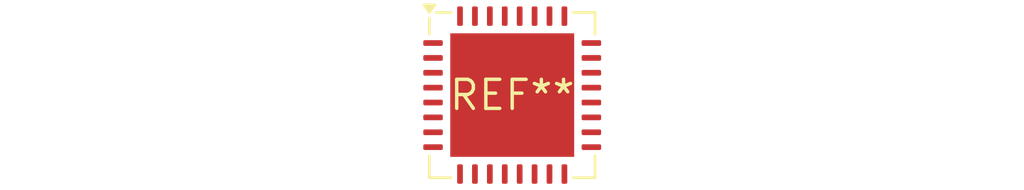
<source format=kicad_pcb>
(kicad_pcb (version 20240108) (generator pcbnew)
  (layers (0 "F.Cu" signal) (31 "B.Cu" signal) (34 "B.Paste" user) (35 "F.Paste" user) (36 "B.SilkS" user "B.Silkscreen") (37 "F.SilkS" user "F.Silkscreen") (38 "B.Mask" user) (39 "F.Mask" user) (44 "Edge.Cuts" user))
  (net 0 "")
  (footprint "QFN-32-1EP_7x7mm_P0.65mm_EP5.4x5.4mm" (layer "F.Cu") (at 0 0)
    (property "Reference" "REF**")
    (property "Value" "QFN-32-1EP_7x7mm_P0.65mm_EP5.4x5.4mm")
    (fp_line (start -3.61 -2.66) (end -3.61 -3.37) (layer "F.SilkS") (stroke (width 0.12)))
    (fp_line (start -3.61 3.61) (end -3.61 2.66) (layer "F.SilkS") (stroke (width 0.12)))
    (fp_line (start -2.66 -3.61) (end -3.31 -3.61) (layer "F.SilkS") (stroke (width 0.12)))
    (fp_line (start -2.66 3.61) (end -3.61 3.61) (layer "F.SilkS") (stroke (width 0.12)))
    (fp_line (start 2.66 -3.61) (end 3.61 -3.61) (layer "F.SilkS") (stroke (width 0.12)))
    (fp_line (start 2.66 3.61) (end 3.61 3.61) (layer "F.SilkS") (stroke (width 0.12)))
    (fp_line (start 3.61 -3.61) (end 3.61 -2.66) (layer "F.SilkS") (stroke (width 0.12)))
    (fp_line (start 3.61 3.61) (end 3.61 2.66) (layer "F.SilkS") (stroke (width 0.12)))
    (fp_poly (pts (xy -3.61 -3.61) (xy -3.85 -3.94) (xy -3.37 -3.94) (xy -3.61 -3.61)) (layer "F.SilkS") (stroke (width 0.12)) (fill solid))
    (pad "1" smd roundrect (at -3.45 -2.275) (size 0.85 0.25) (layers "F.Cu" "F.Paste" "F.Mask"))
    (pad "2" smd roundrect (at -3.45 -1.625) (size 0.85 0.25) (layers "F.Cu" "F.Paste" "F.Mask"))
    (pad "3" smd roundrect (at -3.45 -0.975) (size 0.85 0.25) (layers "F.Cu" "F.Paste" "F.Mask"))
    (pad "4" smd roundrect (at -3.45 -0.325) (size 0.85 0.25) (layers "F.Cu" "F.Paste" "F.Mask"))
    (pad "5" smd roundrect (at -3.45 0.325) (size 0.85 0.25) (layers "F.Cu" "F.Paste" "F.Mask"))
    (pad "6" smd roundrect (at -3.45 0.975) (size 0.85 0.25) (layers "F.Cu" "F.Paste" "F.Mask"))
    (pad "7" smd roundrect (at -3.45 1.625) (size 0.85 0.25) (layers "F.Cu" "F.Paste" "F.Mask"))
    (pad "8" smd roundrect (at -3.45 2.275) (size 0.85 0.25) (layers "F.Cu" "F.Paste" "F.Mask"))
    (pad "9" smd roundrect (at -2.275 3.45) (size 0.25 0.85) (layers "F.Cu" "F.Paste" "F.Mask"))
    (pad "10" smd roundrect (at -1.625 3.45) (size 0.25 0.85) (layers "F.Cu" "F.Paste" "F.Mask"))
    (pad "11" smd roundrect (at -0.975 3.45) (size 0.25 0.85) (layers "F.Cu" "F.Paste" "F.Mask"))
    (pad "12" smd roundrect (at -0.325 3.45) (size 0.25 0.85) (layers "F.Cu" "F.Paste" "F.Mask"))
    (pad "13" smd roundrect (at 0.325 3.45) (size 0.25 0.85) (layers "F.Cu" "F.Paste" "F.Mask"))
    (pad "14" smd roundrect (at 0.975 3.45) (size 0.25 0.85) (layers "F.Cu" "F.Paste" "F.Mask"))
    (pad "15" smd roundrect (at 1.625 3.45) (size 0.25 0.85) (layers "F.Cu" "F.Paste" "F.Mask"))
    (pad "16" smd roundrect (at 2.275 3.45) (size 0.25 0.85) (layers "F.Cu" "F.Paste" "F.Mask"))
    (pad "17" smd roundrect (at 3.45 2.275) (size 0.85 0.25) (layers "F.Cu" "F.Paste" "F.Mask"))
    (pad "18" smd roundrect (at 3.45 1.625) (size 0.85 0.25) (layers "F.Cu" "F.Paste" "F.Mask"))
    (pad "19" smd roundrect (at 3.45 0.975) (size 0.85 0.25) (layers "F.Cu" "F.Paste" "F.Mask"))
    (pad "20" smd roundrect (at 3.45 0.325) (size 0.85 0.25) (layers "F.Cu" "F.Paste" "F.Mask"))
    (pad "21" smd roundrect (at 3.45 -0.325) (size 0.85 0.25) (layers "F.Cu" "F.Paste" "F.Mask"))
    (pad "22" smd roundrect (at 3.45 -0.975) (size 0.85 0.25) (layers "F.Cu" "F.Paste" "F.Mask"))
    (pad "23" smd roundrect (at 3.45 -1.625) (size 0.85 0.25) (layers "F.Cu" "F.Paste" "F.Mask"))
    (pad "24" smd roundrect (at 3.45 -2.275) (size 0.85 0.25) (layers "F.Cu" "F.Paste" "F.Mask"))
    (pad "25" smd roundrect (at 2.275 -3.45) (size 0.25 0.85) (layers "F.Cu" "F.Paste" "F.Mask"))
    (pad "26" smd roundrect (at 1.625 -3.45) (size 0.25 0.85) (layers "F.Cu" "F.Paste" "F.Mask"))
    (pad "27" smd roundrect (at 0.975 -3.45) (size 0.25 0.85) (layers "F.Cu" "F.Paste" "F.Mask"))
    (pad "28" smd roundrect (at 0.325 -3.45) (size 0.25 0.85) (layers "F.Cu" "F.Paste" "F.Mask"))
    (pad "29" smd roundrect (at -0.325 -3.45) (size 0.25 0.85) (layers "F.Cu" "F.Paste" "F.Mask"))
    (pad "30" smd roundrect (at -0.975 -3.45) (size 0.25 0.85) (layers "F.Cu" "F.Paste" "F.Mask"))
    (pad "31" smd roundrect (at -1.625 -3.45) (size 0.25 0.85) (layers "F.Cu" "F.Paste" "F.Mask"))
    (pad "32" smd roundrect (at -2.275 -3.45) (size 0.25 0.85) (layers "F.Cu" "F.Paste" "F.Mask"))
    (pad "33" smd rect (at 0 0) (size 5.4 5.4) (property pad_prop_heatsink) (layers "F.Cu" "F.Mask"))
  )
)
</source>
